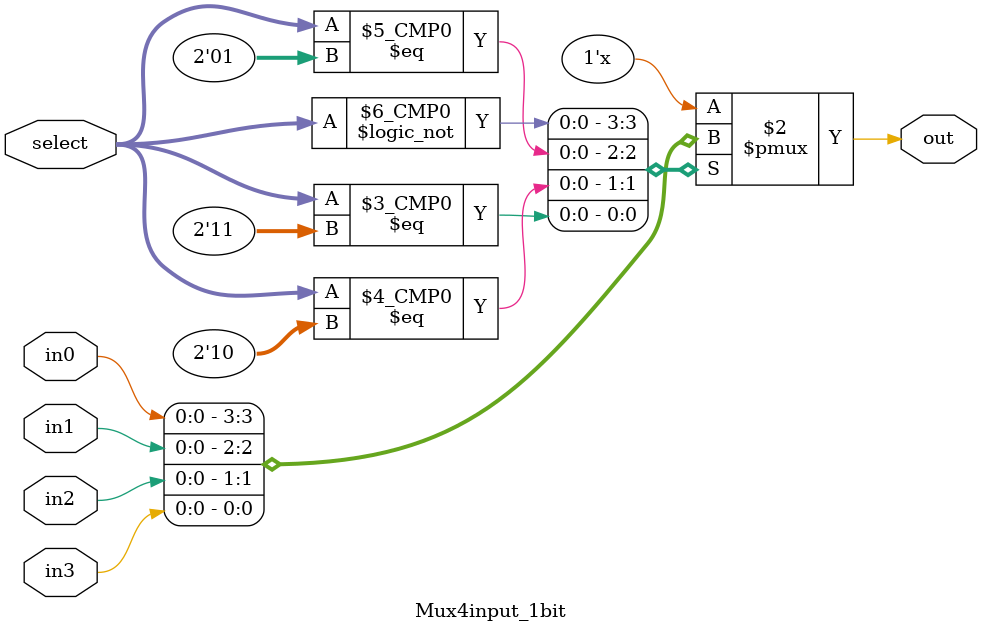
<source format=v>
module Mux4input_1bit(in0, in1, in2, in3, out, select);

input in0, in1, in2, in3;
input [1:0] select;
output out;
reg out;

always @(in0, in1, in2, in3, select) begin

case(select)

0: out = in0;
1: out = in1;
2: out = in2;
3: out = in3;

endcase
end

endmodule

</source>
